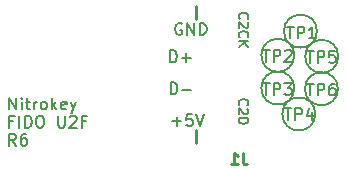
<source format=gto>
G04 #@! TF.GenerationSoftware,KiCad,Pcbnew,(5.0.0-3-g5ebb6b6)*
G04 #@! TF.CreationDate,2018-08-18T00:05:47+02:00*
G04 #@! TF.ProjectId,nk-u2f,6E6B2D7532662E6B696361645F706362,R5*
G04 #@! TF.SameCoordinates,PX791ddc0PY5e69114*
G04 #@! TF.FileFunction,Legend,Top*
G04 #@! TF.FilePolarity,Positive*
%FSLAX46Y46*%
G04 Gerber Fmt 4.6, Leading zero omitted, Abs format (unit mm)*
G04 Created by KiCad (PCBNEW (5.0.0-3-g5ebb6b6)) date Saturday, 18 August 2018 at 00:05:47*
%MOMM*%
%LPD*%
G01*
G04 APERTURE LIST*
%ADD10C,0.150000*%
%ADD11C,0.254000*%
%ADD12C,0.250000*%
%ADD13C,0.304800*%
G04 APERTURE END LIST*
D10*
X-10358867Y-6053180D02*
X-10692200Y-5576990D01*
X-10930296Y-6053180D02*
X-10930296Y-5053180D01*
X-10549343Y-5053180D01*
X-10454105Y-5100800D01*
X-10406486Y-5148419D01*
X-10358867Y-5243657D01*
X-10358867Y-5386514D01*
X-10406486Y-5481752D01*
X-10454105Y-5529371D01*
X-10549343Y-5576990D01*
X-10930296Y-5576990D01*
X-9501724Y-5053180D02*
X-9692200Y-5053180D01*
X-9787439Y-5100800D01*
X-9835058Y-5148419D01*
X-9930296Y-5291276D01*
X-9977915Y-5481752D01*
X-9977915Y-5862704D01*
X-9930296Y-5957942D01*
X-9882677Y-6005561D01*
X-9787439Y-6053180D01*
X-9596962Y-6053180D01*
X-9501724Y-6005561D01*
X-9454105Y-5957942D01*
X-9406486Y-5862704D01*
X-9406486Y-5624609D01*
X-9454105Y-5529371D01*
X-9501724Y-5481752D01*
X-9596962Y-5434133D01*
X-9787439Y-5434133D01*
X-9882677Y-5481752D01*
X-9930296Y-5529371D01*
X-9977915Y-5624609D01*
X-10606172Y-4005371D02*
X-10939505Y-4005371D01*
X-10939505Y-4529180D02*
X-10939505Y-3529180D01*
X-10463315Y-3529180D01*
X-10082362Y-4529180D02*
X-10082362Y-3529180D01*
X-9606172Y-4529180D02*
X-9606172Y-3529180D01*
X-9368077Y-3529180D01*
X-9225220Y-3576800D01*
X-9129981Y-3672038D01*
X-9082362Y-3767276D01*
X-9034743Y-3957752D01*
X-9034743Y-4100609D01*
X-9082362Y-4291085D01*
X-9129981Y-4386323D01*
X-9225220Y-4481561D01*
X-9368077Y-4529180D01*
X-9606172Y-4529180D01*
X-8415696Y-3529180D02*
X-8225220Y-3529180D01*
X-8129981Y-3576800D01*
X-8034743Y-3672038D01*
X-7987124Y-3862514D01*
X-7987124Y-4195847D01*
X-8034743Y-4386323D01*
X-8129981Y-4481561D01*
X-8225220Y-4529180D01*
X-8415696Y-4529180D01*
X-8510934Y-4481561D01*
X-8606172Y-4386323D01*
X-8653791Y-4195847D01*
X-8653791Y-3862514D01*
X-8606172Y-3672038D01*
X-8510934Y-3576800D01*
X-8415696Y-3529180D01*
X-6796648Y-3529180D02*
X-6796648Y-4338704D01*
X-6749029Y-4433942D01*
X-6701410Y-4481561D01*
X-6606172Y-4529180D01*
X-6415696Y-4529180D01*
X-6320458Y-4481561D01*
X-6272839Y-4433942D01*
X-6225220Y-4338704D01*
X-6225220Y-3529180D01*
X-5796648Y-3624419D02*
X-5749029Y-3576800D01*
X-5653791Y-3529180D01*
X-5415696Y-3529180D01*
X-5320458Y-3576800D01*
X-5272839Y-3624419D01*
X-5225220Y-3719657D01*
X-5225220Y-3814895D01*
X-5272839Y-3957752D01*
X-5844267Y-4529180D01*
X-5225220Y-4529180D01*
X-4463315Y-4005371D02*
X-4796648Y-4005371D01*
X-4796648Y-4529180D02*
X-4796648Y-3529180D01*
X-4320458Y-3529180D01*
X-10933215Y-2992480D02*
X-10933215Y-1992480D01*
X-10361786Y-2992480D01*
X-10361786Y-1992480D01*
X-9885596Y-2992480D02*
X-9885596Y-2325814D01*
X-9885596Y-1992480D02*
X-9933215Y-2040100D01*
X-9885596Y-2087719D01*
X-9837977Y-2040100D01*
X-9885596Y-1992480D01*
X-9885596Y-2087719D01*
X-9552262Y-2325814D02*
X-9171310Y-2325814D01*
X-9409405Y-1992480D02*
X-9409405Y-2849623D01*
X-9361786Y-2944861D01*
X-9266548Y-2992480D01*
X-9171310Y-2992480D01*
X-8837977Y-2992480D02*
X-8837977Y-2325814D01*
X-8837977Y-2516290D02*
X-8790358Y-2421052D01*
X-8742739Y-2373433D01*
X-8647500Y-2325814D01*
X-8552262Y-2325814D01*
X-8076072Y-2992480D02*
X-8171310Y-2944861D01*
X-8218929Y-2897242D01*
X-8266548Y-2802004D01*
X-8266548Y-2516290D01*
X-8218929Y-2421052D01*
X-8171310Y-2373433D01*
X-8076072Y-2325814D01*
X-7933215Y-2325814D01*
X-7837977Y-2373433D01*
X-7790358Y-2421052D01*
X-7742739Y-2516290D01*
X-7742739Y-2802004D01*
X-7790358Y-2897242D01*
X-7837977Y-2944861D01*
X-7933215Y-2992480D01*
X-8076072Y-2992480D01*
X-7314167Y-2992480D02*
X-7314167Y-1992480D01*
X-7218929Y-2611528D02*
X-6933215Y-2992480D01*
X-6933215Y-2325814D02*
X-7314167Y-2706766D01*
X-6123691Y-2944861D02*
X-6218929Y-2992480D01*
X-6409405Y-2992480D01*
X-6504643Y-2944861D01*
X-6552262Y-2849623D01*
X-6552262Y-2468671D01*
X-6504643Y-2373433D01*
X-6409405Y-2325814D01*
X-6218929Y-2325814D01*
X-6123691Y-2373433D01*
X-6076072Y-2468671D01*
X-6076072Y-2563909D01*
X-6552262Y-2659147D01*
X-5742739Y-2325814D02*
X-5504643Y-2992480D01*
X-5266548Y-2325814D02*
X-5504643Y-2992480D01*
X-5599881Y-3230576D01*
X-5647500Y-3278195D01*
X-5742739Y-3325814D01*
X8559385Y-2629066D02*
X8521290Y-2590971D01*
X8483195Y-2476685D01*
X8483195Y-2400495D01*
X8521290Y-2286209D01*
X8597480Y-2210019D01*
X8673671Y-2171923D01*
X8826052Y-2133828D01*
X8940338Y-2133828D01*
X9092719Y-2171923D01*
X9168909Y-2210019D01*
X9245100Y-2286209D01*
X9283195Y-2400495D01*
X9283195Y-2476685D01*
X9245100Y-2590971D01*
X9207004Y-2629066D01*
X9207004Y-2933828D02*
X9245100Y-2971923D01*
X9283195Y-3048114D01*
X9283195Y-3238590D01*
X9245100Y-3314780D01*
X9207004Y-3352876D01*
X9130814Y-3390971D01*
X9054623Y-3390971D01*
X8940338Y-3352876D01*
X8483195Y-2895733D01*
X8483195Y-3390971D01*
X8483195Y-3733828D02*
X9283195Y-3733828D01*
X9283195Y-3924304D01*
X9245100Y-4038590D01*
X9168909Y-4114780D01*
X9092719Y-4152876D01*
X8940338Y-4190971D01*
X8826052Y-4190971D01*
X8673671Y-4152876D01*
X8597480Y-4114780D01*
X8521290Y-4038590D01*
X8483195Y-3924304D01*
X8483195Y-3733828D01*
X8597485Y4679734D02*
X8559390Y4717829D01*
X8521295Y4832115D01*
X8521295Y4908305D01*
X8559390Y5022591D01*
X8635580Y5098781D01*
X8711771Y5136877D01*
X8864152Y5174972D01*
X8978438Y5174972D01*
X9130819Y5136877D01*
X9207009Y5098781D01*
X9283200Y5022591D01*
X9321295Y4908305D01*
X9321295Y4832115D01*
X9283200Y4717829D01*
X9245104Y4679734D01*
X9245104Y4374972D02*
X9283200Y4336877D01*
X9321295Y4260686D01*
X9321295Y4070210D01*
X9283200Y3994020D01*
X9245104Y3955924D01*
X9168914Y3917829D01*
X9092723Y3917829D01*
X8978438Y3955924D01*
X8521295Y4413067D01*
X8521295Y3917829D01*
X8597485Y3117829D02*
X8559390Y3155924D01*
X8521295Y3270210D01*
X8521295Y3346400D01*
X8559390Y3460686D01*
X8635580Y3536877D01*
X8711771Y3574972D01*
X8864152Y3613067D01*
X8978438Y3613067D01*
X9130819Y3574972D01*
X9207009Y3536877D01*
X9283200Y3460686D01*
X9321295Y3346400D01*
X9321295Y3270210D01*
X9283200Y3155924D01*
X9245104Y3117829D01*
X8521295Y2774972D02*
X9321295Y2774972D01*
X8521295Y2317829D02*
X8978438Y2660686D01*
X9321295Y2317829D02*
X8864152Y2774972D01*
X2860385Y-4008528D02*
X3622290Y-4008528D01*
X3241338Y-4389480D02*
X3241338Y-3627576D01*
X4574671Y-3389480D02*
X4098480Y-3389480D01*
X4050861Y-3865671D01*
X4098480Y-3818052D01*
X4193719Y-3770433D01*
X4431814Y-3770433D01*
X4527052Y-3818052D01*
X4574671Y-3865671D01*
X4622290Y-3960909D01*
X4622290Y-4199004D01*
X4574671Y-4294242D01*
X4527052Y-4341861D01*
X4431814Y-4389480D01*
X4193719Y-4389480D01*
X4098480Y-4341861D01*
X4050861Y-4294242D01*
X4908004Y-3389480D02*
X5241338Y-4389480D01*
X5574671Y-3389480D01*
X2731747Y-1709780D02*
X2731747Y-709780D01*
X2969842Y-709780D01*
X3112700Y-757400D01*
X3207938Y-852638D01*
X3255557Y-947876D01*
X3303176Y-1138352D01*
X3303176Y-1281209D01*
X3255557Y-1471685D01*
X3207938Y-1566923D01*
X3112700Y-1662161D01*
X2969842Y-1709780D01*
X2731747Y-1709780D01*
X3731747Y-1328828D02*
X4493652Y-1328828D01*
X2680947Y995320D02*
X2680947Y1995320D01*
X2919042Y1995320D01*
X3061900Y1947700D01*
X3157138Y1852462D01*
X3204757Y1757224D01*
X3252376Y1566748D01*
X3252376Y1423891D01*
X3204757Y1233415D01*
X3157138Y1138177D01*
X3061900Y1042939D01*
X2919042Y995320D01*
X2680947Y995320D01*
X3680947Y1376272D02*
X4442852Y1376272D01*
X4061900Y995320D02*
X4061900Y1757224D01*
X3676295Y4259100D02*
X3581057Y4306720D01*
X3438200Y4306720D01*
X3295342Y4259100D01*
X3200104Y4163862D01*
X3152485Y4068624D01*
X3104866Y3878148D01*
X3104866Y3735291D01*
X3152485Y3544815D01*
X3200104Y3449577D01*
X3295342Y3354339D01*
X3438200Y3306720D01*
X3533438Y3306720D01*
X3676295Y3354339D01*
X3723914Y3401958D01*
X3723914Y3735291D01*
X3533438Y3735291D01*
X4152485Y3306720D02*
X4152485Y4306720D01*
X4723914Y3306720D01*
X4723914Y4306720D01*
X5200104Y3306720D02*
X5200104Y4306720D01*
X5438200Y4306720D01*
X5581057Y4259100D01*
X5676295Y4163862D01*
X5723914Y4068624D01*
X5771533Y3878148D01*
X5771533Y3735291D01*
X5723914Y3544815D01*
X5676295Y3449577D01*
X5581057Y3354339D01*
X5438200Y3306720D01*
X5200104Y3306720D01*
X14977872Y-3378300D02*
G75*
G03X14977872Y-3378300I-1395672J0D01*
G01*
X16895572Y-1246029D02*
G75*
G03X16895572Y-1246029I-1395672J0D01*
G01*
X13199872Y-1182529D02*
G75*
G03X13199872Y-1182529I-1395672J0D01*
G01*
X13199872Y1586071D02*
G75*
G03X13199872Y1586071I-1395672J0D01*
G01*
X16922301Y1498500D02*
G75*
G03X16922301Y1498500I-1395672J0D01*
G01*
X15118901Y3632100D02*
G75*
G03X15118901Y3632100I-1395672J0D01*
G01*
D11*
G04 #@! TO.C,J1*
X4899020Y-4714990D02*
X4899020Y-5814810D01*
X4899020Y4683010D02*
X4899020Y5782830D01*
D12*
X8833333Y-6655880D02*
X8833333Y-7370166D01*
X8880952Y-7513023D01*
X8976190Y-7608261D01*
X9119047Y-7655880D01*
X9214285Y-7655880D01*
X7833333Y-7655880D02*
X8404761Y-7655880D01*
X8119047Y-7655880D02*
X8119047Y-6655880D01*
X8214285Y-6798738D01*
X8309523Y-6893976D01*
X8404761Y-6941595D01*
D13*
G04 #@! TO.C,TP1*
D10*
X12574295Y4014620D02*
X13145723Y4014620D01*
X12860009Y3014620D02*
X12860009Y4014620D01*
X13479057Y3014620D02*
X13479057Y4014620D01*
X13860009Y4014620D01*
X13955247Y3967000D01*
X14002866Y3919381D01*
X14050485Y3824143D01*
X14050485Y3681286D01*
X14002866Y3586048D01*
X13955247Y3538429D01*
X13860009Y3490810D01*
X13479057Y3490810D01*
X15002866Y3014620D02*
X14431438Y3014620D01*
X14717152Y3014620D02*
X14717152Y4014620D01*
X14621914Y3871762D01*
X14526676Y3776524D01*
X14431438Y3728905D01*
G04 #@! TO.C,TP5*
X14276095Y1957220D02*
X14847523Y1957220D01*
X14561809Y957220D02*
X14561809Y1957220D01*
X15180857Y957220D02*
X15180857Y1957220D01*
X15561809Y1957220D01*
X15657047Y1909600D01*
X15704666Y1861981D01*
X15752285Y1766743D01*
X15752285Y1623886D01*
X15704666Y1528648D01*
X15657047Y1481029D01*
X15561809Y1433410D01*
X15180857Y1433410D01*
X16657047Y1957220D02*
X16180857Y1957220D01*
X16133238Y1481029D01*
X16180857Y1528648D01*
X16276095Y1576267D01*
X16514190Y1576267D01*
X16609428Y1528648D01*
X16657047Y1481029D01*
X16704666Y1385791D01*
X16704666Y1147696D01*
X16657047Y1052458D01*
X16609428Y1004839D01*
X16514190Y957220D01*
X16276095Y957220D01*
X16180857Y1004839D01*
X16133238Y1052458D01*
G04 #@! TO.C,TP2*
X10554995Y2058820D02*
X11126423Y2058820D01*
X10840709Y1058820D02*
X10840709Y2058820D01*
X11459757Y1058820D02*
X11459757Y2058820D01*
X11840709Y2058820D01*
X11935947Y2011200D01*
X11983566Y1963581D01*
X12031185Y1868343D01*
X12031185Y1725486D01*
X11983566Y1630248D01*
X11935947Y1582629D01*
X11840709Y1535010D01*
X11459757Y1535010D01*
X12412138Y1963581D02*
X12459757Y2011200D01*
X12554995Y2058820D01*
X12793090Y2058820D01*
X12888328Y2011200D01*
X12935947Y1963581D01*
X12983566Y1868343D01*
X12983566Y1773105D01*
X12935947Y1630248D01*
X12364519Y1058820D01*
X12983566Y1058820D01*
G04 #@! TO.C,TP3*
X10542295Y-760580D02*
X11113723Y-760580D01*
X10828009Y-1760580D02*
X10828009Y-760580D01*
X11447057Y-1760580D02*
X11447057Y-760580D01*
X11828009Y-760580D01*
X11923247Y-808200D01*
X11970866Y-855819D01*
X12018485Y-951057D01*
X12018485Y-1093914D01*
X11970866Y-1189152D01*
X11923247Y-1236771D01*
X11828009Y-1284390D01*
X11447057Y-1284390D01*
X12351819Y-760580D02*
X12970866Y-760580D01*
X12637533Y-1141533D01*
X12780390Y-1141533D01*
X12875628Y-1189152D01*
X12923247Y-1236771D01*
X12970866Y-1332009D01*
X12970866Y-1570104D01*
X12923247Y-1665342D01*
X12875628Y-1712961D01*
X12780390Y-1760580D01*
X12494676Y-1760580D01*
X12399438Y-1712961D01*
X12351819Y-1665342D01*
G04 #@! TO.C,TP6*
X14276095Y-811380D02*
X14847523Y-811380D01*
X14561809Y-1811380D02*
X14561809Y-811380D01*
X15180857Y-1811380D02*
X15180857Y-811380D01*
X15561809Y-811380D01*
X15657047Y-859000D01*
X15704666Y-906619D01*
X15752285Y-1001857D01*
X15752285Y-1144714D01*
X15704666Y-1239952D01*
X15657047Y-1287571D01*
X15561809Y-1335190D01*
X15180857Y-1335190D01*
X16609428Y-811380D02*
X16418952Y-811380D01*
X16323714Y-859000D01*
X16276095Y-906619D01*
X16180857Y-1049476D01*
X16133238Y-1239952D01*
X16133238Y-1620904D01*
X16180857Y-1716142D01*
X16228476Y-1763761D01*
X16323714Y-1811380D01*
X16514190Y-1811380D01*
X16609428Y-1763761D01*
X16657047Y-1716142D01*
X16704666Y-1620904D01*
X16704666Y-1382809D01*
X16657047Y-1287571D01*
X16609428Y-1239952D01*
X16514190Y-1192333D01*
X16323714Y-1192333D01*
X16228476Y-1239952D01*
X16180857Y-1287571D01*
X16133238Y-1382809D01*
G04 #@! TO.C,TP4*
X12383795Y-2894180D02*
X12955223Y-2894180D01*
X12669509Y-3894180D02*
X12669509Y-2894180D01*
X13288557Y-3894180D02*
X13288557Y-2894180D01*
X13669509Y-2894180D01*
X13764747Y-2941800D01*
X13812366Y-2989419D01*
X13859985Y-3084657D01*
X13859985Y-3227514D01*
X13812366Y-3322752D01*
X13764747Y-3370371D01*
X13669509Y-3417990D01*
X13288557Y-3417990D01*
X14717128Y-3227514D02*
X14717128Y-3894180D01*
X14479033Y-2846561D02*
X14240938Y-3560847D01*
X14859985Y-3560847D01*
G04 #@! TD*
M02*

</source>
